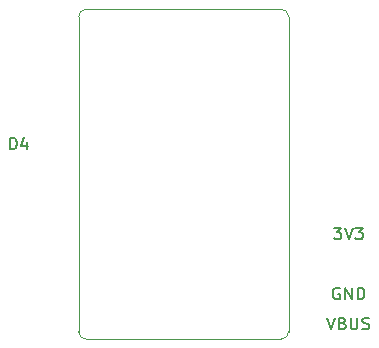
<source format=gbr>
%TF.GenerationSoftware,KiCad,Pcbnew,5.1.5+dfsg1-2~bpo10+1*%
%TF.CreationDate,Date%
%TF.ProjectId,ProMicro_LIPO,50726f4d-6963-4726-9f5f-4c49504f2e6b,v1.6*%
%TF.SameCoordinates,Original*%
%TF.FileFunction,Other,Comment*%
%FSLAX45Y45*%
G04 Gerber Fmt 4.5, Leading zero omitted, Abs format (unit mm)*
G04 Created by KiCad*
%MOMM*%
%LPD*%
G04 APERTURE LIST*
%ADD10C,0.150000*%
%ADD11C,0.100000*%
G04 APERTURE END LIST*
D10*
X-708810Y1478762D02*
X-708810Y1578762D01*
X-685000Y1578762D01*
X-670714Y1574000D01*
X-661191Y1564476D01*
X-656429Y1554952D01*
X-651667Y1535905D01*
X-651667Y1521619D01*
X-656429Y1502571D01*
X-661191Y1493048D01*
X-670714Y1483524D01*
X-685000Y1478762D01*
X-708810Y1478762D01*
X-565952Y1545429D02*
X-565952Y1478762D01*
X-589762Y1583524D02*
X-613572Y1512095D01*
X-551667Y1512095D01*
X2035190Y816762D02*
X2097095Y816762D01*
X2063762Y778667D01*
X2078048Y778667D01*
X2087571Y773905D01*
X2092333Y769143D01*
X2097095Y759619D01*
X2097095Y735810D01*
X2092333Y726286D01*
X2087571Y721524D01*
X2078048Y716762D01*
X2049476Y716762D01*
X2039952Y721524D01*
X2035190Y726286D01*
X2125667Y816762D02*
X2159000Y716762D01*
X2192333Y816762D01*
X2216143Y816762D02*
X2278048Y816762D01*
X2244714Y778667D01*
X2259000Y778667D01*
X2268524Y773905D01*
X2273286Y769143D01*
X2278048Y759619D01*
X2278048Y735810D01*
X2273286Y726286D01*
X2268524Y721524D01*
X2259000Y716762D01*
X2230429Y716762D01*
X2220905Y721524D01*
X2216143Y726286D01*
X2082809Y304000D02*
X2073286Y308762D01*
X2059000Y308762D01*
X2044714Y304000D01*
X2035190Y294476D01*
X2030428Y284952D01*
X2025667Y265905D01*
X2025667Y251619D01*
X2030428Y232571D01*
X2035190Y223048D01*
X2044714Y213524D01*
X2059000Y208762D01*
X2068524Y208762D01*
X2082809Y213524D01*
X2087571Y218286D01*
X2087571Y251619D01*
X2068524Y251619D01*
X2130429Y208762D02*
X2130429Y308762D01*
X2187571Y208762D01*
X2187571Y308762D01*
X2235190Y208762D02*
X2235190Y308762D01*
X2259000Y308762D01*
X2273286Y304000D01*
X2282810Y294476D01*
X2287571Y284952D01*
X2292333Y265905D01*
X2292333Y251619D01*
X2287571Y232571D01*
X2282810Y223048D01*
X2273286Y213524D01*
X2259000Y208762D01*
X2235190Y208762D01*
X1975667Y54762D02*
X2009000Y-45238D01*
X2042333Y54762D01*
X2109000Y7143D02*
X2123286Y2381D01*
X2128048Y-2381D01*
X2132810Y-11905D01*
X2132810Y-26190D01*
X2128048Y-35714D01*
X2123286Y-40476D01*
X2113762Y-45238D01*
X2075667Y-45238D01*
X2075667Y54762D01*
X2109000Y54762D01*
X2118524Y50000D01*
X2123286Y45238D01*
X2128048Y35714D01*
X2128048Y26190D01*
X2123286Y16667D01*
X2118524Y11905D01*
X2109000Y7143D01*
X2075667Y7143D01*
X2175667Y54762D02*
X2175667Y-26190D01*
X2180429Y-35714D01*
X2185190Y-40476D01*
X2194714Y-45238D01*
X2213762Y-45238D01*
X2223286Y-40476D01*
X2228048Y-35714D01*
X2232810Y-26190D01*
X2232810Y54762D01*
X2275667Y-40476D02*
X2289952Y-45238D01*
X2313762Y-45238D01*
X2323286Y-40476D01*
X2328048Y-35714D01*
X2332810Y-26190D01*
X2332810Y-16667D01*
X2328048Y-7143D01*
X2323286Y-2381D01*
X2313762Y2381D01*
X2294714Y7143D01*
X2285190Y11905D01*
X2280429Y16667D01*
X2275667Y26190D01*
X2275667Y35714D01*
X2280429Y45238D01*
X2285190Y50000D01*
X2294714Y54762D01*
X2318524Y54762D01*
X2332810Y50000D01*
D11*
X-127000Y-63500D02*
X-127000Y2603500D01*
X1651000Y2603500D02*
X1651000Y-63500D01*
X1651000Y-63500D02*
G75*
G02X1587500Y-127000I-63500J0D01*
G01*
X-63500Y-127000D02*
G75*
G02X-127000Y-63500I0J63500D01*
G01*
X-127000Y2603500D02*
G75*
G02X-63500Y2667000I63500J0D01*
G01*
X1587500Y2667000D02*
G75*
G02X1651000Y2603500I0J-63500D01*
G01*
X1587500Y2667000D02*
X-63500Y2667000D01*
X-63500Y-127000D02*
X1587500Y-127000D01*
M02*

</source>
